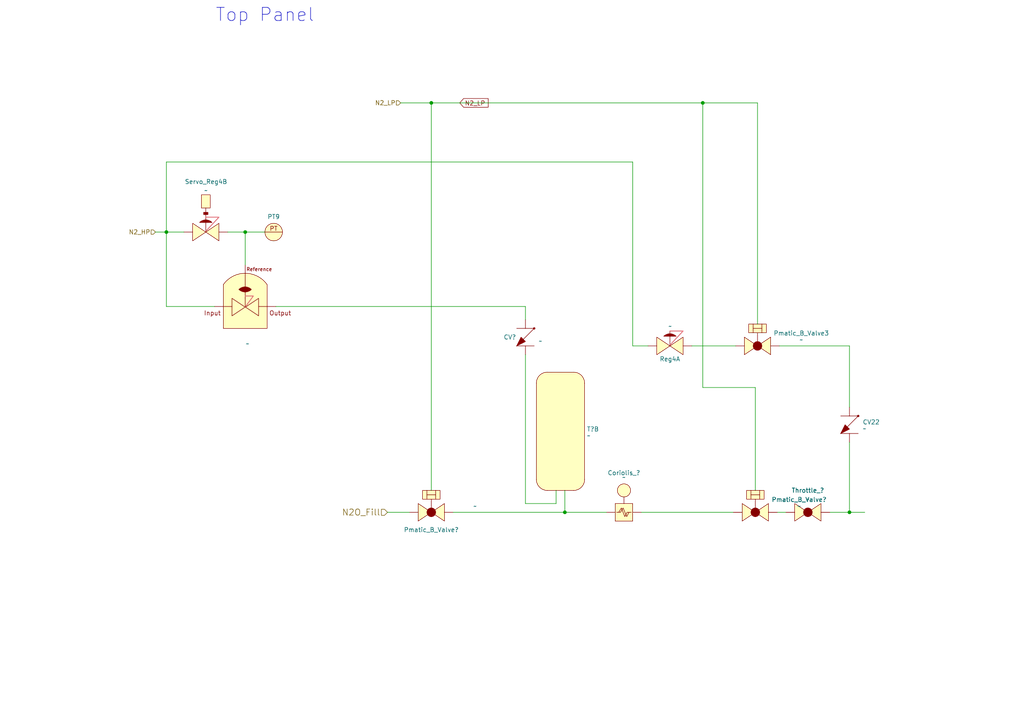
<source format=kicad_sch>
(kicad_sch (version 20250114) (generator "eeschema") (generator_version "9.0")
  (paper "A4")
  (lib_symbols
    (symbol "Check_Valve_1"
      (property "Reference" "CV" (at 2.54 -4.064 0))
      (symbol "Check_Valve_1_0_1"
        (polyline (pts (xy 0 2.54) (xy 5.08 -2.54)))
        (polyline (pts (xy 0 0) (xy 0 2.54)))
        (polyline (pts (xy 0 0) (xy 0 -2.54)))
        (polyline (pts (xy 5.08 -2.54) (xy 5.08 2.54)))
      )
      (symbol "Check_Valve_1_1_1"
        (circle (center 0 2.54) (radius 0.254) (fill (type outline)))
        (polyline (pts (xy 5.08 -2.54) (xy 2.54 -1.27) (xy 3.81 0) (xy 5.08 -2.54)) (fill (type outline)))
        (pin bidirectional line (at -2.54 0 0) (length 2.54) (name "") (number ""))
        (pin bidirectional line (at 7.62 0 180) (length 2.54) (name "") (number ""))
      )
    )
    (symbol "PID_symbols:Ball_Valve"
      (property "Reference" "BV" (at 3.81 -4.318 0))
      (symbol "Ball_Valve_1_1"
        (polyline (pts (xy 3.81 0) (xy 0 -2.54) (xy 0 2.54) (xy 3.81 0)) (fill (type background)))
        (polyline (pts (xy 3.81 0) (xy 7.62 2.54) (xy 7.62 -2.54) (xy 3.81 0)) (fill (type background)))
        (circle (center 3.81 0) (radius 1.27) (fill (type outline)))
        (pin passive line (at -2.54 0 0) (length 2.54) (name "") (number ""))
        (pin passive line (at 10.16 0 180) (length 2.54) (name "") (number ""))
      )
    )
    (symbol "PID_symbols:Check_Valve"
      (property "Reference" "CV" (at 2.54 -4.064 0))
      (symbol "Check_Valve_0_1"
        (polyline (pts (xy 0 2.54) (xy 5.08 -2.54)))
        (polyline (pts (xy 0 0) (xy 0 2.54)))
        (polyline (pts (xy 0 0) (xy 0 -2.54)))
        (polyline (pts (xy 5.08 -2.54) (xy 5.08 2.54)))
      )
      (symbol "Check_Valve_1_1"
        (circle (center 0 2.54) (radius 0.254) (fill (type outline)))
        (polyline (pts (xy 5.08 -2.54) (xy 2.54 -1.27) (xy 3.81 0) (xy 5.08 -2.54)) (fill (type outline)))
        (pin bidirectional line (at -2.54 0 0) (length 2.54) (name "") (number ""))
        (pin bidirectional line (at 7.62 0 180) (length 2.54) (name "") (number ""))
      )
    )
    (symbol "PID_symbols:Coriolis_Flow"
      (property "Reference" "Coriolis_" (at -0.254 -3.556 0))
      (symbol "Coriolis_Flow_1_1"
        (rectangle (start -2.54 2.54) (end 2.54 -2.54) (fill (type background)))
        (polyline (pts (xy -2.15 0) (xy -1.52 0) (xy -0.75 1.25) (xy 0.25 -1.25) (xy 0.893 0) (xy 1.655 0)))
        (polyline (pts (xy -1.5 0) (xy -1 0) (xy -0.25 1.25) (xy 0.8 -1.25) (xy 1.45 0) (xy 2.15 0)))
        (circle (center 0 6.35) (radius 1.905) (fill (type background)))
        (polyline (pts (xy 0 2.54) (xy 0 4.445)))
        (pin input line (at -5.08 0 0) (length 2.54) (name "") (number ""))
        (pin input line (at 5.08 0 180) (length 2.54) (name "") (number ""))
      )
    )
    (symbol "PID_symbols:Dome_Reg"
      (property "Reference" "Dome" (at 0 -4.445 0))
      (symbol "Dome_Reg_0_1"
        (polyline (pts (xy -6.35 6.35) (xy -6.35 -6.35) (xy 6.35 -6.35) (xy 6.35 6.35)))
        (arc (start -6.35 6.35) (mid 0 9.6327) (end 6.35 6.35))
        (polyline (pts (xy 0 0) (xy 0 2.54)))
      )
      (symbol "Dome_Reg_1_1"
        (polyline (pts (xy -6.35 -6.35) (xy 6.35 -6.35) (xy 6.35 6.35) (xy 5.05 7.8) (xy 3.5 8.8) (xy 1.778 9.398) (xy -0.254 9.652) (xy -2.032 9.398) (xy -3.302 8.89) (xy -4.572 8.128) (xy -5.661 7.191) (xy -6.096 6.604) (xy -6.3 6.3) (xy -6.3 -6.3)) (stroke (width -0.0001)) (fill (type background)))
        (polyline (pts (xy -6.33 -0.002) (xy -3.83 0.002)))
        (polyline (pts (xy -3.834 -0.168) (xy -3.834 2.372) (xy -0.024 -0.168) (xy -3.834 -2.708) (xy -3.834 -0.168)) (fill (type background)))
        (polyline (pts (xy -1.824 4.932) (xy 1.732 4.932) (xy 1.478 5.186) (xy 0.97 5.44) (xy -0.046 5.694) (xy -1.062 5.44) (xy -1.57 5.186) (xy -1.824 4.932)) (stroke (width 0.01)) (fill (type outline)))
        (arc (start 1.754 4.9541) (mid -0.024 4.2176) (end -1.802 4.9541))
        (arc (start -1.802 4.9599) (mid -0.024 5.6964) (end 1.754 4.9599))
        (polyline (pts (xy 0 9.652) (xy 0 5.588)))
        (polyline (pts (xy 0 4.318) (xy 0 3.7)))
        (polyline (pts (xy 0 3.728) (xy 0 2.368)))
        (polyline (pts (xy 0 -0.15) (xy 2.3536 3.0474) (xy 0.05 3.05)) (stroke (width 0.25) (color 224 108 117 1)))
        (polyline (pts (xy 0.076 -0.168) (xy 3.886 2.372) (xy 3.886 -2.708) (xy 0.076 -0.168)) (fill (type background)))
        (polyline (pts (xy 1.776 4.932) (xy -1.78 4.932) (xy -1.526 4.678) (xy -1.018 4.424) (xy -0.002 4.17) (xy 1.014 4.424) (xy 1.522 4.678) (xy 1.776 4.932)) (stroke (width 0.01)) (fill (type outline)))
        (polyline (pts (xy 3.9 0) (xy 6.35 0)))
        (text "Input" (at -9.525 -1.905 0) (effects (font (size 1.27 1.27))))
        (text "Reference \n" (at 4.445 10.795 0) (effects (font (size 1 1))))
        (text "Output" (at 10.16 -1.905 0) (effects (font (size 1.27 1.27))))
        (pin input line (at -8.89 0 0) (length 2.54) (name "") (number ""))
        (pin input line (at 0 12.065 270) (length 2.54) (name "") (number ""))
        (pin input line (at 8.89 0 180) (length 2.54) (name "") (number ""))
      )
    )
    (symbol "PID_symbols:Pneumatic_Rotary_Ball_Valve"
      (property "Reference" "Pmatic_B_Valve" (at 0 -3.81 0))
      (symbol "Pneumatic_Rotary_Ball_Valve_1_1"
        (polyline (pts (xy -1.27 5.08) (xy 1.27 5.08)))
        (polyline (pts (xy -1.27 3.81) (xy -1.27 6.35)))
        (polyline (pts (xy 0 0) (xy -3.81 2.54) (xy -3.81 -2.54) (xy 0 0)) (fill (type background)))
        (polyline (pts (xy 0 0) (xy 3.81 2.54) (xy 3.81 -2.54) (xy 0 0)) (fill (type background)))
        (polyline (pts (xy 0 0) (xy 0 2.54) (xy 0 3.81) (xy -2.54 3.81) (xy -2.54 6.35) (xy 2.54 6.35) (xy 2.54 3.81) (xy 0 3.81)) (fill (type background)))
        (circle (center 0 0) (radius 1.27) (fill (type outline)))
        (polyline (pts (xy 1.27 6.35) (xy 1.27 3.81)))
        (pin passive line (at -6.35 0 0) (length 2.54) (name "") (number ""))
        (pin passive line (at 0 6.35 270) (length 0) (name "") (number ""))
        (pin passive line (at 0 -1.27 90) (length 0) (name "") (number ""))
        (pin passive line (at 6.35 0 180) (length 2.54) (name "") (number ""))
      )
    )
    (symbol "PID_symbols:Pressure_Regulator"
      (property "Reference" "Servo_Reg" (at 3.81 -3.81 0))
      (symbol "Pressure_Regulator_0_1"
        (polyline (pts (xy 2.032 2.794) (xy 5.588 2.794)))
        (polyline (pts (xy 3.81 2.54) (xy 3.81 2.794)))
        (polyline (pts (xy 3.81 0) (xy 3.81 2.54)))
      )
      (symbol "Pressure_Regulator_1_1"
        (unit_name "Reg")
        (polyline (pts (xy 0 0) (xy 0 2.54) (xy 3.81 0) (xy 0 -2.54) (xy 0 0)) (fill (type background)))
        (polyline (pts (xy 2.032 2.794) (xy 5.588 2.794) (xy 5.334 3.048) (xy 4.826 3.302) (xy 3.81 3.556) (xy 2.794 3.302) (xy 2.286 3.048) (xy 2.032 2.794)) (stroke (width 0.01)) (fill (type outline)))
        (polyline (pts (xy 3.81 4.318) (xy 3.81 3.81)))
        (polyline (pts (xy 3.81 3.81) (xy 3.81 3.556)))
        (arc (start 2.032 2.794) (mid 3.81 3.5305) (end 5.588 2.794))
        (polyline (pts (xy 3.81 0.254) (xy 7.62 4.318) (xy 3.81 4.318)) (stroke (width 0.25) (color 224 108 117 1)))
        (polyline (pts (xy 3.81 0) (xy 7.62 2.54) (xy 7.62 -2.54) (xy 3.81 0)) (fill (type background)))
        (pin passive line (at -2.54 0 0) (length 2.54) (name "") (number ""))
        (pin passive line (at 10.16 0 180) (length 2.54) (name "") (number ""))
      )
      (symbol "Pressure_Regulator_1_2"
        (unit_name "Reg")
        (pin passive line (at -2.54 0 0) (length 2.54) (name "") (number ""))
        (pin passive line (at 10.16 0 180) (length 2.54) (name "") (number ""))
      )
      (symbol "Pressure_Regulator_2_1"
        (unit_name "Servo-Reg")
        (polyline (pts (xy 0 0) (xy 0 2.54) (xy 3.81 0) (xy 0 -2.54) (xy 0 0)) (fill (type background)))
        (polyline (pts (xy 2.032 2.794) (xy 5.588 2.794) (xy 5.334 3.048) (xy 4.826 3.302) (xy 3.81 3.556) (xy 2.794 3.302) (xy 2.286 3.048) (xy 2.032 2.794)) (stroke (width 0.01)) (fill (type outline)))
        (rectangle (start 2.54 10.795) (end 5.08 6.985) (fill (type background)))
        (rectangle (start 3.175 5.715) (end 4.445 5.08) (fill (type outline)))
        (polyline (pts (xy 3.81 4.318) (xy 3.81 3.81)))
        (polyline (pts (xy 3.81 3.81) (xy 3.81 6.985)))
        (polyline (pts (xy 3.81 3.81) (xy 3.81 3.556)))
        (arc (start 2.032 2.794) (mid 3.81 3.5305) (end 5.588 2.794))
        (polyline (pts (xy 3.81 0.254) (xy 7.62 4.318) (xy 3.81 4.318)) (stroke (width 0.25) (color 224 108 117 1)))
        (polyline (pts (xy 3.81 0) (xy 7.62 2.54) (xy 7.62 -2.54) (xy 3.81 0)) (fill (type background)))
        (pin passive line (at -2.54 0 0) (length 2.54) (name "") (number ""))
        (pin passive line (at 10.16 0 180) (length 2.54) (name "") (number ""))
      )
      (symbol "Pressure_Regulator_2_2"
        (unit_name "Servo-Reg")
        (pin passive line (at -2.54 0 0) (length 2.54) (name "") (number ""))
        (pin passive line (at 10.16 0 180) (length 2.54) (name "") (number ""))
      )
    )
    (symbol "PID_symbols:Pressure_Transducer"
      (property "Reference" "PT" (at 0 -3.81 0))
      (symbol "Pressure_Transducer_0_1"
        (polyline (pts (xy -2.54 0) (xy 2.54 0)))
      )
      (symbol "Pressure_Transducer_1_1"
        (circle (center 0 0) (radius 2.54) (fill (type background)))
        (text "PT\n" (at 0 1.016 0) (effects (font (size 1.27 1.27))))
        (pin passive line (at -2.54 0 0) (length 0) (name "") (number ""))
        (pin passive line (at 0 -2.54 90) (length 0) (name "") (number ""))
        (pin passive line (at 2.54 0 180) (length 0) (name "") (number ""))
      )
    )
    (symbol "PID_symbols:Tank"
      (property "Reference" "T" (at 6.35 5.08 0))
      (symbol "Tank_1_1"
        (unit_name "Small")
        (polyline (pts (xy -2.54 0) (xy -2.54 8.255) (xy -2.54 8.89)))
        (polyline (pts (xy -2.54 0) (xy -2.286 -1.016) (xy -2.032 -1.524) (xy -1.524 -2.032) (xy -1.016 -2.286) (xy -0.254 -2.54) (xy 1.524 -2.54) (xy 2.286 -2.54) (xy 3.048 -2.54) (xy 4.064 -2.032) (xy 4.572 -1.524) (xy 4.826 -1.016) (xy 5.08 0) (xy 5.08 3.81) (xy 5.08 8.89) (xy 4.826 9.906) (xy 4.318 10.668) (xy 3.81 11.176) (xy 3.048 11.43) (xy 1.524 11.43) (xy 0.508 11.43) (xy -0.254 11.43) (xy -1.016 11.176) (xy -1.524 10.922) (xy -2.032 10.414) (xy -2.54 9.144) (xy -2.54 0)) (stroke (width -0.0001)) (fill (type background)))
        (arc (start -2.54 8.89) (mid -1.7961 10.6861) (end 0 11.43))
        (arc (start 0 -2.54) (mid -1.7961 -1.7961) (end -2.54 0))
        (polyline (pts (xy 0 11.43) (xy 2.54 11.43)))
        (polyline (pts (xy 0 -2.54) (xy 2.54 -2.54)))
        (arc (start 2.54 11.43) (mid 4.3361 10.6861) (end 5.08 8.89))
        (arc (start 5.08 0) (mid 4.3361 -1.7961) (end 2.54 -2.54))
        (polyline (pts (xy 5.08 8.89) (xy 5.08 0)))
        (pin passive line (at 1.27 11.43 270) (length 0) (name "") (number ""))
        (pin passive line (at 1.27 -2.54 90) (length 0) (name "") (number ""))
      )
      (symbol "Tank_1_2"
        (unit_name "Small")
        (pin passive line (at 1.27 11.43 270) (length 0) (name "") (number ""))
        (pin passive line (at 1.27 -2.54 90) (length 0) (name "") (number ""))
      )
      (symbol "Tank_2_1"
        (unit_name "Big COAX")
        (polyline (pts (xy -5.715 0.635) (xy -5.715 28.575)))
        (arc (start -5.715 28.575) (mid -4.7851 30.8201) (end -2.54 31.75))
        (arc (start -2.54 -2.54) (mid -4.7851 -1.6101) (end -5.715 0.635))
        (polyline (pts (xy -2.54 31.75) (xy 5.08 31.75)))
        (polyline (pts (xy -2.54 -2.54) (xy 5.08 -2.54)))
        (arc (start 5.0799 31.7499) (mid 7.325 30.82) (end 8.2549 28.5749))
        (arc (start 8.255 0.635) (mid 7.3251 -1.6101) (end 5.08 -2.54))
        (polyline (pts (xy 5.4324 -2.5474) (xy 6.85 -2) (xy 7.62 -1.27) (xy 8.128 -0.508) (xy 8.25 1.45) (xy 8.25 4.75) (xy 8.25 28.65) (xy 8.15 29.55) (xy 7.4 30.85) (xy 6.2 31.6) (xy 5.15 31.7) (xy -2.4 31.75) (xy -3.25 31.7) (xy -4.3 31.25) (xy -5.2 30.4) (xy -5.5 29.7) (xy -5.65 28.85) (xy -5.7 28.45) (xy -5.75 0.3) (xy -5.35 -1) (xy -4.45 -1.85) (xy -3.7 -2.3) (xy -2.8 -2.55) (xy 5.5 -2.5)) (stroke (width -0.0001)) (fill (type background)))
        (polyline (pts (xy 8.255 28.575) (xy 8.255 0.635)))
        (pin passive line (at 0 -2.54 90) (length 0) (name "") (number ""))
        (pin passive line (at 2.54 -2.54 90) (length 0) (name "") (number ""))
      )
      (symbol "Tank_2_2"
        (unit_name "Big COAX")
        (pin passive line (at 0 -2.54 90) (length 0) (name "") (number ""))
        (pin passive line (at 2.54 -2.54 90) (length 0) (name "") (number ""))
      )
    )
    (symbol "Pneumatic_Rotary_Ball_Valve_1"
      (property "Reference" "Pmatic_B_Valve" (at 0 -3.81 0))
      (symbol "Pneumatic_Rotary_Ball_Valve_1_1_1"
        (polyline (pts (xy -1.27 5.08) (xy 1.27 5.08)))
        (polyline (pts (xy -1.27 3.81) (xy -1.27 6.35)))
        (polyline (pts (xy 0 0) (xy -3.81 2.54) (xy -3.81 -2.54) (xy 0 0)) (fill (type background)))
        (polyline (pts (xy 0 0) (xy 3.81 2.54) (xy 3.81 -2.54) (xy 0 0)) (fill (type background)))
        (polyline (pts (xy 0 0) (xy 0 2.54) (xy 0 3.81) (xy -2.54 3.81) (xy -2.54 6.35) (xy 2.54 6.35) (xy 2.54 3.81) (xy 0 3.81)) (fill (type background)))
        (circle (center 0 0) (radius 1.27) (fill (type outline)))
        (polyline (pts (xy 1.27 6.35) (xy 1.27 3.81)))
        (pin passive line (at -6.35 0 0) (length 2.54) (name "") (number ""))
        (pin passive line (at 0 6.35 270) (length 0) (name "") (number ""))
        (pin passive line (at 0 -1.27 90) (length 0) (name "") (number ""))
        (pin passive line (at 6.35 0 180) (length 2.54) (name "") (number ""))
      )
    )
    (symbol "Pneumatic_Rotary_Ball_Valve_2"
      (property "Reference" "Pmatic_B_Valve" (at 0 -3.81 0))
      (symbol "Pneumatic_Rotary_Ball_Valve_2_1_1"
        (polyline (pts (xy -1.27 5.08) (xy 1.27 5.08)))
        (polyline (pts (xy -1.27 3.81) (xy -1.27 6.35)))
        (polyline (pts (xy 0 0) (xy -3.81 2.54) (xy -3.81 -2.54) (xy 0 0)) (fill (type background)))
        (polyline (pts (xy 0 0) (xy 3.81 2.54) (xy 3.81 -2.54) (xy 0 0)) (fill (type background)))
        (polyline (pts (xy 0 0) (xy 0 2.54) (xy 0 3.81) (xy -2.54 3.81) (xy -2.54 6.35) (xy 2.54 6.35) (xy 2.54 3.81) (xy 0 3.81)) (fill (type background)))
        (circle (center 0 0) (radius 1.27) (fill (type outline)))
        (polyline (pts (xy 1.27 6.35) (xy 1.27 3.81)))
        (pin passive line (at -6.35 0 0) (length 2.54) (name "") (number ""))
        (pin passive line (at 0 6.35 270) (length 0) (name "") (number ""))
        (pin passive line (at 0 -1.27 90) (length 0) (name "") (number ""))
        (pin passive line (at 6.35 0 180) (length 2.54) (name "") (number ""))
      )
    )
    (symbol "Pressure_Regulator_1"
      (property "Reference" "Servo_Reg" (at 3.81 -3.81 0))
      (symbol "Pressure_Regulator_1_0_1"
        (polyline (pts (xy 2.032 2.794) (xy 5.588 2.794)))
        (polyline (pts (xy 3.81 2.54) (xy 3.81 2.794)))
        (polyline (pts (xy 3.81 0) (xy 3.81 2.54)))
      )
      (symbol "Pressure_Regulator_1_1_1"
        (unit_name "Reg")
        (polyline (pts (xy 0 0) (xy 0 2.54) (xy 3.81 0) (xy 0 -2.54) (xy 0 0)) (fill (type background)))
        (polyline (pts (xy 2.032 2.794) (xy 5.588 2.794) (xy 5.334 3.048) (xy 4.826 3.302) (xy 3.81 3.556) (xy 2.794 3.302) (xy 2.286 3.048) (xy 2.032 2.794)) (stroke (width 0.01)) (fill (type outline)))
        (polyline (pts (xy 3.81 4.318) (xy 3.81 3.81)))
        (polyline (pts (xy 3.81 3.81) (xy 3.81 3.556)))
        (arc (start 2.032 2.794) (mid 3.81 3.5305) (end 5.588 2.794))
        (polyline (pts (xy 3.81 0.254) (xy 7.62 4.318) (xy 3.81 4.318)) (stroke (width 0.25) (color 224 108 117 1)))
        (polyline (pts (xy 3.81 0) (xy 7.62 2.54) (xy 7.62 -2.54) (xy 3.81 0)) (fill (type background)))
        (pin passive line (at -2.54 0 0) (length 2.54) (name "") (number ""))
        (pin passive line (at 10.16 0 180) (length 2.54) (name "") (number ""))
      )
      (symbol "Pressure_Regulator_1_1_2"
        (unit_name "Reg")
        (pin passive line (at -2.54 0 0) (length 2.54) (name "") (number ""))
        (pin passive line (at 10.16 0 180) (length 2.54) (name "") (number ""))
      )
      (symbol "Pressure_Regulator_1_2_1"
        (unit_name "Servo-Reg")
        (polyline (pts (xy 0 0) (xy 0 2.54) (xy 3.81 0) (xy 0 -2.54) (xy 0 0)) (fill (type background)))
        (polyline (pts (xy 2.032 2.794) (xy 5.588 2.794) (xy 5.334 3.048) (xy 4.826 3.302) (xy 3.81 3.556) (xy 2.794 3.302) (xy 2.286 3.048) (xy 2.032 2.794)) (stroke (width 0.01)) (fill (type outline)))
        (rectangle (start 2.54 10.795) (end 5.08 6.985) (fill (type background)))
        (rectangle (start 3.175 5.715) (end 4.445 5.08) (fill (type outline)))
        (polyline (pts (xy 3.81 4.318) (xy 3.81 3.81)))
        (polyline (pts (xy 3.81 3.81) (xy 3.81 6.985)))
        (polyline (pts (xy 3.81 3.81) (xy 3.81 3.556)))
        (arc (start 2.032 2.794) (mid 3.81 3.5305) (end 5.588 2.794))
        (polyline (pts (xy 3.81 0.254) (xy 7.62 4.318) (xy 3.81 4.318)) (stroke (width 0.25) (color 224 108 117 1)))
        (polyline (pts (xy 3.81 0) (xy 7.62 2.54) (xy 7.62 -2.54) (xy 3.81 0)) (fill (type background)))
        (pin passive line (at -2.54 0 0) (length 2.54) (name "") (number ""))
        (pin passive line (at 10.16 0 180) (length 2.54) (name "") (number ""))
      )
      (symbol "Pressure_Regulator_1_2_2"
        (unit_name "Servo-Reg")
        (pin passive line (at -2.54 0 0) (length 2.54) (name "") (number ""))
        (pin passive line (at 10.16 0 180) (length 2.54) (name "") (number ""))
      )
    )
  )
  (text "Top Panel" (at 76.835 4.445 0) (effects (font (size 3.81 3.81))))
  (junction (at 48.26 67.31))
  (junction (at 163.83 148.59))
  (junction (at 125.095 29.845))
  (junction (at 246.38 148.59))
  (junction (at 71.12 67.31))
  (junction (at 203.835 29.845))
  (wire (pts (xy 219.075 112.395) (xy 203.835 112.395)))
  (wire (pts (xy 152.4 88.9) (xy 152.4 92.71)))
  (wire (pts (xy 203.835 29.845) (xy 219.71 29.845)))
  (wire (pts (xy 183.515 46.99) (xy 48.26 46.99)))
  (wire (pts (xy 152.4 102.87) (xy 152.4 146.05)))
  (wire (pts (xy 246.38 128.27) (xy 246.38 148.59)))
  (wire (pts (xy 80.01 88.9) (xy 152.4 88.9)))
  (wire (pts (xy 203.835 112.395) (xy 203.835 29.845)))
  (wire (pts (xy 186.055 148.59) (xy 212.725 148.59)))
  (wire (pts (xy 163.83 148.59) (xy 175.895 148.59)))
  (wire (pts (xy 183.515 100.33) (xy 183.515 46.99)))
  (wire (pts (xy 66.04 67.31) (xy 71.12 67.31)))
  (wire (pts (xy 125.095 29.845) (xy 125.095 142.24)))
  (wire (pts (xy 219.71 29.845) (xy 219.71 93.98)))
  (wire (pts (xy 187.96 100.33) (xy 183.515 100.33)))
  (wire (pts (xy 226.06 100.33) (xy 246.38 100.33)))
  (wire (pts (xy 246.38 100.33) (xy 246.38 118.11)))
  (wire (pts (xy 48.26 88.9) (xy 48.26 67.31)))
  (wire (pts (xy 116.205 29.845) (xy 125.095 29.845)))
  (wire (pts (xy 219.075 142.24) (xy 219.075 112.395)))
  (wire (pts (xy 112.395 148.59) (xy 118.745 148.59)))
  (wire (pts (xy 240.665 148.59) (xy 246.38 148.59)))
  (wire (pts (xy 131.445 148.59) (xy 163.83 148.59)))
  (wire (pts (xy 246.38 148.59) (xy 250.825 148.59)))
  (wire (pts (xy 45.085 67.31) (xy 48.26 67.31)))
  (wire (pts (xy 48.26 46.99) (xy 48.26 67.31)))
  (wire (pts (xy 161.29 142.24) (xy 161.29 146.05)))
  (wire (pts (xy 152.4 146.05) (xy 161.29 146.05)))
  (wire (pts (xy 163.83 148.59) (xy 163.83 142.24)))
  (wire (pts (xy 225.425 148.59) (xy 227.965 148.59)))
  (wire (pts (xy 200.66 100.33) (xy 213.36 100.33)))
  (wire (pts (xy 125.095 29.845) (xy 203.835 29.845)))
  (wire (pts (xy 71.12 67.31) (xy 71.12 76.835)))
  (wire (pts (xy 71.12 67.31) (xy 76.835 67.31)))
  (wire (pts (xy 48.26 88.9) (xy 62.23 88.9)))
  (wire (pts (xy 48.26 67.31) (xy 53.34 67.31)))
  (global_label "N2_LP" (shape input) (at 133.35 29.845 0) (property "Intersheetrefs" "${INTERSHEET_REFS}" (effects (hide yes))))
  (hierarchical_label "N2_HP" (shape input) (at 45.085 67.31 180))
  (hierarchical_label "N2O_Fill" (shape input) (at 112.395 148.59 180) (effects (font (size 1.778 1.778))))
  (hierarchical_label "N2_LP" (shape input) (at 116.205 29.845 180))
  (symbol (lib_id "PID_symbols:Check_Valve") (at 152.4 95.25 270) (unit 1)
    (property "Reference" "CV?" (at 146.05 97.79 90) (effects (justify left)))
    (property "Value" "~" (at 156.21 98.933 90) (effects (justify left)))
  )
  (symbol (lib_id "PID_symbols:Pressure_Transducer") (at 79.375 67.31 0) (unit 1)
    (property "Reference" "PT9" (at 79.375 62.865 0))
  )
  (symbol (lib_name "Check_Valve_1") (lib_id "PID_symbols:Check_Valve") (at 246.38 120.65 270) (unit 1)
    (property "Reference" "CV22" (at 250.19 122.4279 90) (effects (justify left)))
    (property "Value" "~" (at 250.19 124.333 90) (effects (justify left)))
  )
  (symbol (lib_id "PID_symbols:Coriolis_Flow") (at 180.975 148.59 0) (unit 1)
    (property "Reference" "Coriolis_?" (at 180.975 137.16 0))
    (property "Value" "~" (at 180.975 138.43 0))
  )
  (symbol (lib_name "Pneumatic_Rotary_Ball_Valve_2") (lib_id "PID_symbols:Pneumatic_Rotary_Ball_Valve") (at 219.71 100.33 0) (unit 1)
    (property "Reference" "Pmatic_B_Valve3" (at 232.41 96.6468 0))
    (property "Value" "~" (at 232.41 98.5519 0))
  )
  (symbol (lib_name "Pressure_Regulator_1") (lib_id "PID_symbols:Pressure_Regulator") (at 190.5 100.33 0) (unit 1)
    (property "Reference" "Reg4" (at 194.31 104.14 0))
    (property "Value" "~" (at 194.3725 94.615 0))
    (property "Description" "Pressure Regulator" (effects (hide yes)))
  )
  (symbol (lib_id "PID_symbols:Pneumatic_Rotary_Ball_Valve") (at 125.095 148.59 0) (unit 1)
    (property "Reference" "Pmatic_B_Valve?" (at 125.095 153.67 0))
    (property "Value" "~" (at 137.795 146.8119 0))
  )
  (symbol (lib_id "PID_symbols:Ball_Valve") (at 230.505 148.59 0) (unit 1)
    (property "Reference" "Throttle_?" (at 234.315 142.24 0))
    (property "Value" "~" (at 234.315 144.78 0))
  )
  (symbol (lib_name "Pneumatic_Rotary_Ball_Valve_1") (lib_id "PID_symbols:Pneumatic_Rotary_Ball_Valve") (at 219.075 148.59 0) (unit 1)
    (property "Reference" "Pmatic_B_Valve?" (at 231.775 144.9068 0))
    (property "Value" "~" (at 231.775 146.8119 0))
  )
  (symbol (lib_id "PID_symbols:Pressure_Regulator") (at 55.88 67.31 0) (unit 2)
    (property "Reference" "Servo_Reg4" (at 59.7525 52.705 0))
    (property "Value" "~" (at 59.7525 55.245 0))
    (property "Description" "Pressure Regulator" (effects (hide yes)))
  )
  (symbol (lib_id "PID_symbols:Dome_Reg") (at 71.12 88.9 0) (unit 1)
    (property "Reference" "Dome4" (effects (hide yes)))
    (property "Value" "~" (at 71.8004 99.695 0))
  )
  (symbol (lib_id "PID_symbols:Tank") (at 161.29 139.7 0) (unit 2)
    (property "Reference" "T?" (at 170.18 124.4649 0) (effects (justify left)))
    (property "Value" "~" (at 170.18 126.37 0) (effects (justify left)))
  )
)
</source>
